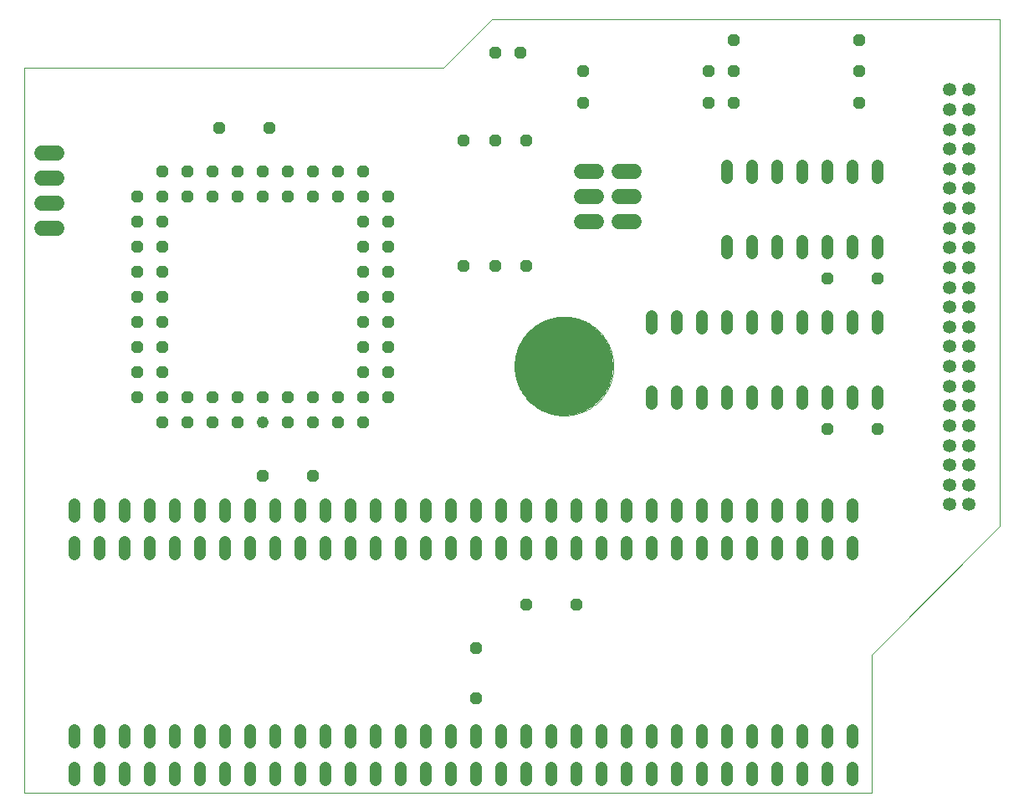
<source format=gbs>
G04 EAGLE Gerber RS-274X export*
G75*
%MOMM*%
%FSLAX34Y34*%
%LPD*%
%INSolder Mask bottom*%
%IPPOS*%
%AMOC8*
5,1,8,0,0,1.08239X$1,22.5*%
G01*
%ADD10C,0.000000*%
%ADD11C,10.000000*%
%ADD12C,1.219200*%
%ADD13P,1.319650X8X202.500000*%
%ADD14C,1.219200*%
%ADD15C,1.524000*%
%ADD16C,1.350000*%
%ADD17P,1.319650X8X292.500000*%
%ADD18P,1.319650X8X22.500000*%
%ADD19P,1.319650X8X112.500000*%


D10*
X0Y0D02*
X857300Y0D01*
X857300Y139750D01*
X987300Y269850D01*
X987300Y782850D01*
X473000Y782850D01*
X423800Y733650D01*
X0Y733650D01*
X0Y0D01*
X496100Y431800D02*
X496115Y433027D01*
X496160Y434253D01*
X496235Y435478D01*
X496341Y436701D01*
X496476Y437921D01*
X496641Y439137D01*
X496836Y440348D01*
X497061Y441555D01*
X497315Y442755D01*
X497598Y443949D01*
X497911Y445136D01*
X498253Y446314D01*
X498624Y447484D01*
X499023Y448644D01*
X499450Y449795D01*
X499906Y450934D01*
X500390Y452062D01*
X500901Y453178D01*
X501439Y454281D01*
X502004Y455370D01*
X502596Y456445D01*
X503214Y457505D01*
X503857Y458550D01*
X504527Y459579D01*
X505221Y460590D01*
X505940Y461585D01*
X506683Y462562D01*
X507449Y463520D01*
X508240Y464459D01*
X509052Y465378D01*
X509888Y466277D01*
X510745Y467155D01*
X511623Y468012D01*
X512522Y468848D01*
X513441Y469660D01*
X514380Y470451D01*
X515338Y471217D01*
X516315Y471960D01*
X517310Y472679D01*
X518321Y473373D01*
X519350Y474043D01*
X520395Y474686D01*
X521455Y475304D01*
X522530Y475896D01*
X523619Y476461D01*
X524722Y476999D01*
X525838Y477510D01*
X526966Y477994D01*
X528105Y478450D01*
X529256Y478877D01*
X530416Y479276D01*
X531586Y479647D01*
X532764Y479989D01*
X533951Y480302D01*
X535145Y480585D01*
X536345Y480839D01*
X537552Y481064D01*
X538763Y481259D01*
X539979Y481424D01*
X541199Y481559D01*
X542422Y481665D01*
X543647Y481740D01*
X544873Y481785D01*
X546100Y481800D01*
X547327Y481785D01*
X548553Y481740D01*
X549778Y481665D01*
X551001Y481559D01*
X552221Y481424D01*
X553437Y481259D01*
X554648Y481064D01*
X555855Y480839D01*
X557055Y480585D01*
X558249Y480302D01*
X559436Y479989D01*
X560614Y479647D01*
X561784Y479276D01*
X562944Y478877D01*
X564095Y478450D01*
X565234Y477994D01*
X566362Y477510D01*
X567478Y476999D01*
X568581Y476461D01*
X569670Y475896D01*
X570745Y475304D01*
X571805Y474686D01*
X572850Y474043D01*
X573879Y473373D01*
X574890Y472679D01*
X575885Y471960D01*
X576862Y471217D01*
X577820Y470451D01*
X578759Y469660D01*
X579678Y468848D01*
X580577Y468012D01*
X581455Y467155D01*
X582312Y466277D01*
X583148Y465378D01*
X583960Y464459D01*
X584751Y463520D01*
X585517Y462562D01*
X586260Y461585D01*
X586979Y460590D01*
X587673Y459579D01*
X588343Y458550D01*
X588986Y457505D01*
X589604Y456445D01*
X590196Y455370D01*
X590761Y454281D01*
X591299Y453178D01*
X591810Y452062D01*
X592294Y450934D01*
X592750Y449795D01*
X593177Y448644D01*
X593576Y447484D01*
X593947Y446314D01*
X594289Y445136D01*
X594602Y443949D01*
X594885Y442755D01*
X595139Y441555D01*
X595364Y440348D01*
X595559Y439137D01*
X595724Y437921D01*
X595859Y436701D01*
X595965Y435478D01*
X596040Y434253D01*
X596085Y433027D01*
X596100Y431800D01*
X596085Y430573D01*
X596040Y429347D01*
X595965Y428122D01*
X595859Y426899D01*
X595724Y425679D01*
X595559Y424463D01*
X595364Y423252D01*
X595139Y422045D01*
X594885Y420845D01*
X594602Y419651D01*
X594289Y418464D01*
X593947Y417286D01*
X593576Y416116D01*
X593177Y414956D01*
X592750Y413805D01*
X592294Y412666D01*
X591810Y411538D01*
X591299Y410422D01*
X590761Y409319D01*
X590196Y408230D01*
X589604Y407155D01*
X588986Y406095D01*
X588343Y405050D01*
X587673Y404021D01*
X586979Y403010D01*
X586260Y402015D01*
X585517Y401038D01*
X584751Y400080D01*
X583960Y399141D01*
X583148Y398222D01*
X582312Y397323D01*
X581455Y396445D01*
X580577Y395588D01*
X579678Y394752D01*
X578759Y393940D01*
X577820Y393149D01*
X576862Y392383D01*
X575885Y391640D01*
X574890Y390921D01*
X573879Y390227D01*
X572850Y389557D01*
X571805Y388914D01*
X570745Y388296D01*
X569670Y387704D01*
X568581Y387139D01*
X567478Y386601D01*
X566362Y386090D01*
X565234Y385606D01*
X564095Y385150D01*
X562944Y384723D01*
X561784Y384324D01*
X560614Y383953D01*
X559436Y383611D01*
X558249Y383298D01*
X557055Y383015D01*
X555855Y382761D01*
X554648Y382536D01*
X553437Y382341D01*
X552221Y382176D01*
X551001Y382041D01*
X549778Y381935D01*
X548553Y381860D01*
X547327Y381815D01*
X546100Y381800D01*
X544873Y381815D01*
X543647Y381860D01*
X542422Y381935D01*
X541199Y382041D01*
X539979Y382176D01*
X538763Y382341D01*
X537552Y382536D01*
X536345Y382761D01*
X535145Y383015D01*
X533951Y383298D01*
X532764Y383611D01*
X531586Y383953D01*
X530416Y384324D01*
X529256Y384723D01*
X528105Y385150D01*
X526966Y385606D01*
X525838Y386090D01*
X524722Y386601D01*
X523619Y387139D01*
X522530Y387704D01*
X521455Y388296D01*
X520395Y388914D01*
X519350Y389557D01*
X518321Y390227D01*
X517310Y390921D01*
X516315Y391640D01*
X515338Y392383D01*
X514380Y393149D01*
X513441Y393940D01*
X512522Y394752D01*
X511623Y395588D01*
X510745Y396445D01*
X509888Y397323D01*
X509052Y398222D01*
X508240Y399141D01*
X507449Y400080D01*
X506683Y401038D01*
X505940Y402015D01*
X505221Y403010D01*
X504527Y404021D01*
X503857Y405050D01*
X503214Y406095D01*
X502596Y407155D01*
X502004Y408230D01*
X501439Y409319D01*
X500901Y410422D01*
X500390Y411538D01*
X499906Y412666D01*
X499450Y413805D01*
X499023Y414956D01*
X498624Y416116D01*
X498253Y417286D01*
X497911Y418464D01*
X497598Y419651D01*
X497315Y420845D01*
X497061Y422045D01*
X496836Y423252D01*
X496641Y424463D01*
X496476Y425679D01*
X496341Y426899D01*
X496235Y428122D01*
X496160Y429347D01*
X496115Y430573D01*
X496100Y431800D01*
D11*
X546100Y431800D03*
D12*
X241300Y374650D03*
D13*
X241300Y400050D03*
X266700Y374650D03*
X266700Y400050D03*
X292100Y374650D03*
X292100Y400050D03*
X317500Y374650D03*
X317500Y400050D03*
X342900Y374650D03*
X368300Y400050D03*
X342900Y400050D03*
X368300Y425450D03*
X342900Y425450D03*
X368300Y450850D03*
X342900Y450850D03*
X368300Y476250D03*
X342900Y476250D03*
X368300Y501650D03*
X342900Y501650D03*
X368300Y527050D03*
X342900Y527050D03*
X368300Y552450D03*
X342900Y552450D03*
X368300Y577850D03*
X342900Y577850D03*
X368300Y603250D03*
X342900Y628650D03*
X342900Y603250D03*
X317500Y628650D03*
X317500Y603250D03*
X292100Y628650D03*
X292100Y603250D03*
X266700Y628650D03*
X266700Y603250D03*
X241300Y628650D03*
X241300Y603250D03*
X215900Y628650D03*
X215900Y603250D03*
X190500Y628650D03*
X190500Y603250D03*
X165100Y628650D03*
X165100Y603250D03*
X139700Y628650D03*
X114300Y603250D03*
X139700Y603250D03*
X114300Y577850D03*
X139700Y577850D03*
X114300Y552450D03*
X139700Y552450D03*
X114300Y527050D03*
X139700Y527050D03*
X114300Y501650D03*
X139700Y501650D03*
X114300Y476250D03*
X139700Y476250D03*
X114300Y450850D03*
X139700Y450850D03*
X114300Y425450D03*
X139700Y425450D03*
X114300Y400050D03*
X139700Y374650D03*
X139700Y400050D03*
X165100Y374650D03*
X165100Y400050D03*
X190500Y374650D03*
X190500Y400050D03*
X215900Y374650D03*
X215900Y400050D03*
D14*
X863600Y622554D02*
X863600Y634746D01*
X838200Y634746D02*
X838200Y622554D01*
X711200Y622554D02*
X711200Y634746D01*
X711200Y558546D02*
X711200Y546354D01*
X812800Y622554D02*
X812800Y634746D01*
X787400Y634746D02*
X787400Y622554D01*
X736600Y622554D02*
X736600Y634746D01*
X762000Y634746D02*
X762000Y622554D01*
X736600Y558546D02*
X736600Y546354D01*
X762000Y546354D02*
X762000Y558546D01*
X787400Y558546D02*
X787400Y546354D01*
X812800Y546354D02*
X812800Y558546D01*
X838200Y558546D02*
X838200Y546354D01*
X863600Y546354D02*
X863600Y558546D01*
X863600Y482346D02*
X863600Y470154D01*
X838200Y470154D02*
X838200Y482346D01*
X711200Y482346D02*
X711200Y470154D01*
X685800Y470154D02*
X685800Y482346D01*
X812800Y482346D02*
X812800Y470154D01*
X787400Y470154D02*
X787400Y482346D01*
X736600Y482346D02*
X736600Y470154D01*
X762000Y470154D02*
X762000Y482346D01*
X660400Y482346D02*
X660400Y470154D01*
X635000Y470154D02*
X635000Y482346D01*
X635000Y406146D02*
X635000Y393954D01*
X660400Y393954D02*
X660400Y406146D01*
X685800Y406146D02*
X685800Y393954D01*
X711200Y393954D02*
X711200Y406146D01*
X736600Y406146D02*
X736600Y393954D01*
X762000Y393954D02*
X762000Y406146D01*
X787400Y406146D02*
X787400Y393954D01*
X812800Y393954D02*
X812800Y406146D01*
X838200Y406146D02*
X838200Y393954D01*
X863600Y393954D02*
X863600Y406146D01*
X838200Y291846D02*
X838200Y279654D01*
X812800Y279654D02*
X812800Y291846D01*
X787400Y291846D02*
X787400Y279654D01*
X762000Y279654D02*
X762000Y291846D01*
X736600Y291846D02*
X736600Y279654D01*
X711200Y279654D02*
X711200Y291846D01*
X685800Y291846D02*
X685800Y279654D01*
X660400Y279654D02*
X660400Y291846D01*
X635000Y291846D02*
X635000Y279654D01*
X609600Y279654D02*
X609600Y291846D01*
X584200Y291846D02*
X584200Y279654D01*
X558800Y279654D02*
X558800Y291846D01*
X533400Y291846D02*
X533400Y279654D01*
X508000Y279654D02*
X508000Y291846D01*
X482600Y291846D02*
X482600Y279654D01*
X457200Y279654D02*
X457200Y291846D01*
X431800Y291846D02*
X431800Y279654D01*
X406400Y279654D02*
X406400Y291846D01*
X381000Y291846D02*
X381000Y279654D01*
X50800Y279654D02*
X50800Y291846D01*
X50800Y63246D02*
X50800Y51054D01*
X381000Y51054D02*
X381000Y63246D01*
X406400Y63246D02*
X406400Y51054D01*
X431800Y51054D02*
X431800Y63246D01*
X457200Y63246D02*
X457200Y51054D01*
X482600Y51054D02*
X482600Y63246D01*
X508000Y63246D02*
X508000Y51054D01*
X533400Y51054D02*
X533400Y63246D01*
X558800Y63246D02*
X558800Y51054D01*
X584200Y51054D02*
X584200Y63246D01*
X609600Y63246D02*
X609600Y51054D01*
X635000Y51054D02*
X635000Y63246D01*
X660400Y63246D02*
X660400Y51054D01*
X685800Y51054D02*
X685800Y63246D01*
X711200Y63246D02*
X711200Y51054D01*
X736600Y51054D02*
X736600Y63246D01*
X762000Y63246D02*
X762000Y51054D01*
X787400Y51054D02*
X787400Y63246D01*
X812800Y63246D02*
X812800Y51054D01*
X838200Y51054D02*
X838200Y63246D01*
X355600Y279654D02*
X355600Y291846D01*
X330200Y291846D02*
X330200Y279654D01*
X304800Y279654D02*
X304800Y291846D01*
X279400Y291846D02*
X279400Y279654D01*
X254000Y279654D02*
X254000Y291846D01*
X228600Y291846D02*
X228600Y279654D01*
X203200Y279654D02*
X203200Y291846D01*
X177800Y291846D02*
X177800Y279654D01*
X152400Y279654D02*
X152400Y291846D01*
X127000Y291846D02*
X127000Y279654D01*
X101600Y279654D02*
X101600Y291846D01*
X76200Y291846D02*
X76200Y279654D01*
X355600Y63246D02*
X355600Y51054D01*
X330200Y51054D02*
X330200Y63246D01*
X304800Y63246D02*
X304800Y51054D01*
X279400Y51054D02*
X279400Y63246D01*
X254000Y63246D02*
X254000Y51054D01*
X228600Y51054D02*
X228600Y63246D01*
X203200Y63246D02*
X203200Y51054D01*
X177800Y51054D02*
X177800Y63246D01*
X152400Y63246D02*
X152400Y51054D01*
X127000Y51054D02*
X127000Y63246D01*
X101600Y63246D02*
X101600Y51054D01*
X76200Y51054D02*
X76200Y63246D01*
D15*
X33020Y647700D02*
X17780Y647700D01*
X17780Y622300D02*
X33020Y622300D01*
X33020Y596900D02*
X17780Y596900D01*
X17780Y571500D02*
X33020Y571500D01*
D16*
X956150Y291650D03*
X936150Y291650D03*
X956150Y311650D03*
X936150Y311650D03*
X956150Y331650D03*
X936150Y331650D03*
X956150Y351650D03*
X936150Y351650D03*
X956150Y371650D03*
X936150Y371650D03*
X956150Y391650D03*
X936150Y391650D03*
X956150Y411650D03*
X936150Y411650D03*
X956150Y431650D03*
X936150Y431650D03*
X956150Y451650D03*
X936150Y451650D03*
X956150Y471650D03*
X936150Y471650D03*
X956150Y491650D03*
X936150Y491650D03*
X956150Y511650D03*
X936150Y511650D03*
X956150Y531650D03*
X936150Y531650D03*
X956150Y551650D03*
X936150Y551650D03*
X956150Y571650D03*
X936150Y571650D03*
X956150Y591650D03*
X936150Y591650D03*
X956150Y611650D03*
X936150Y611650D03*
X956150Y631650D03*
X936150Y631650D03*
X956150Y651650D03*
X936150Y651650D03*
X956150Y671650D03*
X936150Y671650D03*
X956150Y691650D03*
X936150Y691650D03*
X956150Y711650D03*
X936150Y711650D03*
D14*
X838200Y253746D02*
X838200Y241554D01*
X812800Y241554D02*
X812800Y253746D01*
X787400Y253746D02*
X787400Y241554D01*
X762000Y241554D02*
X762000Y253746D01*
X736600Y253746D02*
X736600Y241554D01*
X711200Y241554D02*
X711200Y253746D01*
X685800Y253746D02*
X685800Y241554D01*
X660400Y241554D02*
X660400Y253746D01*
X635000Y253746D02*
X635000Y241554D01*
X609600Y241554D02*
X609600Y253746D01*
X584200Y253746D02*
X584200Y241554D01*
X558800Y241554D02*
X558800Y253746D01*
X533400Y253746D02*
X533400Y241554D01*
X508000Y241554D02*
X508000Y253746D01*
X482600Y253746D02*
X482600Y241554D01*
X457200Y241554D02*
X457200Y253746D01*
X431800Y253746D02*
X431800Y241554D01*
X406400Y241554D02*
X406400Y253746D01*
X381000Y253746D02*
X381000Y241554D01*
X50800Y241554D02*
X50800Y253746D01*
X50800Y25146D02*
X50800Y12954D01*
X381000Y12954D02*
X381000Y25146D01*
X406400Y25146D02*
X406400Y12954D01*
X431800Y12954D02*
X431800Y25146D01*
X457200Y25146D02*
X457200Y12954D01*
X482600Y12954D02*
X482600Y25146D01*
X508000Y25146D02*
X508000Y12954D01*
X533400Y12954D02*
X533400Y25146D01*
X558800Y25146D02*
X558800Y12954D01*
X584200Y12954D02*
X584200Y25146D01*
X609600Y25146D02*
X609600Y12954D01*
X635000Y12954D02*
X635000Y25146D01*
X660400Y25146D02*
X660400Y12954D01*
X685800Y12954D02*
X685800Y25146D01*
X711200Y25146D02*
X711200Y12954D01*
X736600Y12954D02*
X736600Y25146D01*
X762000Y25146D02*
X762000Y12954D01*
X787400Y12954D02*
X787400Y25146D01*
X812800Y25146D02*
X812800Y12954D01*
X838200Y12954D02*
X838200Y25146D01*
X355600Y241554D02*
X355600Y253746D01*
X330200Y253746D02*
X330200Y241554D01*
X304800Y241554D02*
X304800Y253746D01*
X279400Y253746D02*
X279400Y241554D01*
X254000Y241554D02*
X254000Y253746D01*
X228600Y253746D02*
X228600Y241554D01*
X203200Y241554D02*
X203200Y253746D01*
X177800Y253746D02*
X177800Y241554D01*
X152400Y241554D02*
X152400Y253746D01*
X127000Y253746D02*
X127000Y241554D01*
X101600Y241554D02*
X101600Y253746D01*
X76200Y253746D02*
X76200Y241554D01*
X355600Y25146D02*
X355600Y12954D01*
X330200Y12954D02*
X330200Y25146D01*
X304800Y25146D02*
X304800Y12954D01*
X279400Y12954D02*
X279400Y25146D01*
X254000Y25146D02*
X254000Y12954D01*
X228600Y12954D02*
X228600Y25146D01*
X203200Y25146D02*
X203200Y12954D01*
X177800Y12954D02*
X177800Y25146D01*
X152400Y25146D02*
X152400Y12954D01*
X127000Y12954D02*
X127000Y25146D01*
X101600Y25146D02*
X101600Y12954D01*
X76200Y12954D02*
X76200Y25146D01*
D17*
X444500Y660400D03*
X444500Y533400D03*
X508000Y660400D03*
X508000Y533400D03*
D13*
X692150Y698500D03*
X565150Y698500D03*
X692150Y730250D03*
X565150Y730250D03*
X844550Y762000D03*
X717550Y762000D03*
D18*
X717550Y730250D03*
X844550Y730250D03*
D13*
X844550Y698500D03*
X717550Y698500D03*
D15*
X617220Y577850D02*
X601980Y577850D01*
X601980Y603250D02*
X617220Y603250D01*
X617220Y628650D02*
X601980Y628650D01*
D18*
X476250Y749300D03*
X501650Y749300D03*
D17*
X476250Y660400D03*
X476250Y533400D03*
D15*
X563880Y577850D02*
X579120Y577850D01*
X579120Y603250D02*
X563880Y603250D01*
X563880Y628650D02*
X579120Y628650D01*
D18*
X508000Y190500D03*
X558800Y190500D03*
D19*
X457200Y95250D03*
X457200Y146050D03*
D13*
X247650Y673100D03*
X196850Y673100D03*
D18*
X241300Y320675D03*
X292100Y320675D03*
D13*
X863600Y520700D03*
X812800Y520700D03*
X863600Y368300D03*
X812800Y368300D03*
M02*

</source>
